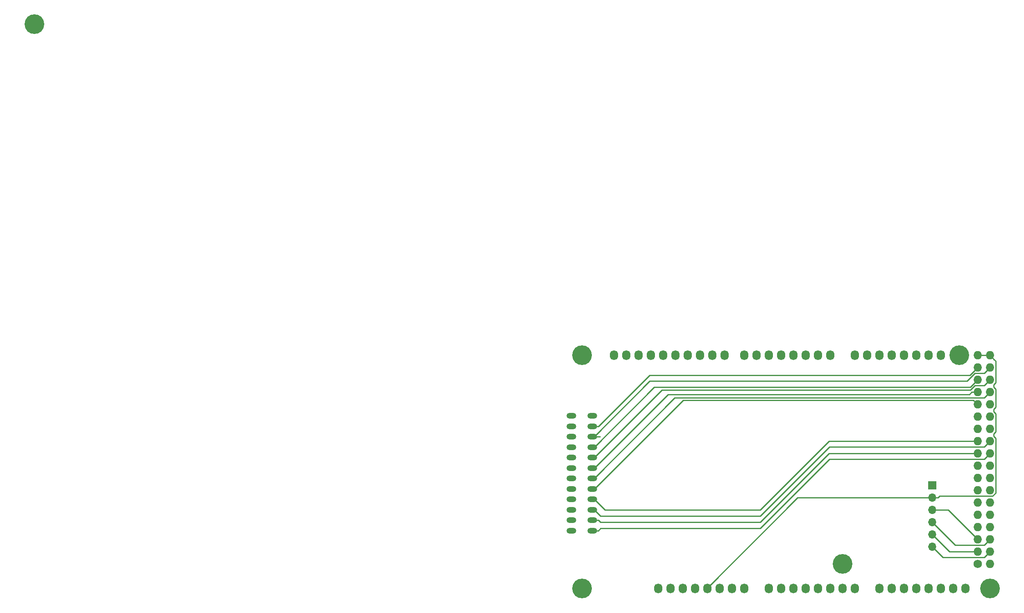
<source format=gbr>
G04 #@! TF.GenerationSoftware,KiCad,Pcbnew,(5.1.2)-1*
G04 #@! TF.CreationDate,2019-09-24T21:04:57+01:00*
G04 #@! TF.ProjectId,PET_IEEE,5045545f-4945-4454-952e-6b696361645f,rev?*
G04 #@! TF.SameCoordinates,Original*
G04 #@! TF.FileFunction,Copper,L1,Top*
G04 #@! TF.FilePolarity,Positive*
%FSLAX46Y46*%
G04 Gerber Fmt 4.6, Leading zero omitted, Abs format (unit mm)*
G04 Created by KiCad (PCBNEW (5.1.2)-1) date 2019-09-24 21:04:57*
%MOMM*%
%LPD*%
G04 APERTURE LIST*
%ADD10C,4.064000*%
%ADD11O,2.000000X1.200000*%
%ADD12O,1.700000X1.700000*%
%ADD13R,1.700000X1.700000*%
%ADD14C,1.727200*%
%ADD15O,1.727200X1.727200*%
%ADD16O,1.727200X2.032000*%
%ADD17C,0.250000*%
G04 APERTURE END LIST*
D10*
X2361001Y-2361001D03*
D11*
X117715000Y-83370000D03*
X113425000Y-83370000D03*
X117715000Y-85530000D03*
X113425000Y-85530000D03*
X117715000Y-87690000D03*
X113425000Y-87690000D03*
X117715000Y-89850000D03*
X113425000Y-89850000D03*
X117715000Y-92010000D03*
X113425000Y-92010000D03*
X117715000Y-94170000D03*
X113425000Y-94170000D03*
X117715000Y-96330000D03*
X113425000Y-96330000D03*
X117715000Y-98490000D03*
X113425000Y-98490000D03*
X117715000Y-100650000D03*
X113425000Y-100650000D03*
X117715000Y-102810000D03*
X113425000Y-102810000D03*
X117715000Y-104970000D03*
X113425000Y-104970000D03*
X117715000Y-107130000D03*
X113425000Y-107130000D03*
D12*
X187960000Y-110490000D03*
X187960000Y-107950000D03*
X187960000Y-105410000D03*
X187960000Y-102870000D03*
X187960000Y-100330000D03*
D13*
X187960000Y-97790000D03*
D14*
X197358000Y-114046000D03*
D15*
X199898000Y-114046000D03*
X197358000Y-111506000D03*
X199898000Y-111506000D03*
X197358000Y-108966000D03*
X199898000Y-108966000D03*
X197358000Y-106426000D03*
X199898000Y-106426000D03*
X197358000Y-103886000D03*
X199898000Y-103886000D03*
X197358000Y-101346000D03*
X199898000Y-101346000D03*
X197358000Y-98806000D03*
X199898000Y-98806000D03*
X197358000Y-96266000D03*
X199898000Y-96266000D03*
X197358000Y-93726000D03*
X199898000Y-93726000D03*
X197358000Y-91186000D03*
X199898000Y-91186000D03*
X197358000Y-88646000D03*
X199898000Y-88646000D03*
X197358000Y-86106000D03*
X199898000Y-86106000D03*
X197358000Y-83566000D03*
X199898000Y-83566000D03*
X197358000Y-81026000D03*
X199898000Y-81026000D03*
X197358000Y-78486000D03*
X199898000Y-78486000D03*
X197358000Y-75946000D03*
X199898000Y-75946000D03*
X197358000Y-73406000D03*
X199898000Y-73406000D03*
X197358000Y-70866000D03*
X199898000Y-70866000D03*
D16*
X131318000Y-119126000D03*
X133858000Y-119126000D03*
X136398000Y-119126000D03*
X138938000Y-119126000D03*
X141478000Y-119126000D03*
X144018000Y-119126000D03*
X146558000Y-119126000D03*
X149098000Y-119126000D03*
X154178000Y-119126000D03*
X156718000Y-119126000D03*
X159258000Y-119126000D03*
X161798000Y-119126000D03*
X164338000Y-119126000D03*
X166878000Y-119126000D03*
X169418000Y-119126000D03*
X171958000Y-119126000D03*
X177038000Y-119126000D03*
X179578000Y-119126000D03*
X182118000Y-119126000D03*
X184658000Y-119126000D03*
X187198000Y-119126000D03*
X189738000Y-119126000D03*
X192278000Y-119126000D03*
X194818000Y-119126000D03*
X122174000Y-70866000D03*
X124714000Y-70866000D03*
X127254000Y-70866000D03*
X129794000Y-70866000D03*
X132334000Y-70866000D03*
X134874000Y-70866000D03*
X137414000Y-70866000D03*
X139954000Y-70866000D03*
X142494000Y-70866000D03*
X145034000Y-70866000D03*
X149098000Y-70866000D03*
X151638000Y-70866000D03*
X154178000Y-70866000D03*
X156718000Y-70866000D03*
X159258000Y-70866000D03*
X161798000Y-70866000D03*
X164338000Y-70866000D03*
X166878000Y-70866000D03*
X171958000Y-70866000D03*
X174498000Y-70866000D03*
X177038000Y-70866000D03*
X179578000Y-70866000D03*
X182118000Y-70866000D03*
X184658000Y-70866000D03*
X187198000Y-70866000D03*
X189738000Y-70866000D03*
D10*
X115570000Y-119126000D03*
X169418000Y-114046000D03*
X199898000Y-119126000D03*
X115570000Y-70866000D03*
X193548000Y-70866000D03*
D17*
X191516000Y-111506000D02*
X197358000Y-111506000D01*
X187960000Y-107950000D02*
X191516000Y-111506000D01*
X199034401Y-112369599D02*
X199898000Y-111506000D01*
X198709399Y-112694601D02*
X199034401Y-112369599D01*
X190164601Y-112694601D02*
X198709399Y-112694601D01*
X187960000Y-110490000D02*
X190164601Y-112694601D01*
X191262000Y-102870000D02*
X197358000Y-108966000D01*
X187960000Y-102870000D02*
X191262000Y-102870000D01*
X199034401Y-109829599D02*
X199898000Y-108966000D01*
X198709399Y-110154601D02*
X199034401Y-109829599D01*
X192704601Y-110154601D02*
X198709399Y-110154601D01*
X187960000Y-105410000D02*
X192704601Y-110154601D01*
X118965000Y-104970000D02*
X119405000Y-105410000D01*
X117715000Y-104970000D02*
X118965000Y-104970000D01*
X119405000Y-105410000D02*
X152400000Y-105410000D01*
X166624000Y-91186000D02*
X197358000Y-91186000D01*
X152400000Y-105410000D02*
X166624000Y-91186000D01*
X118965000Y-107130000D02*
X119415000Y-106680000D01*
X117715000Y-107130000D02*
X118965000Y-107130000D01*
X119415000Y-106680000D02*
X152400000Y-106680000D01*
X199034401Y-92049599D02*
X199898000Y-91186000D01*
X198709399Y-92374601D02*
X199034401Y-92049599D01*
X166705399Y-92374601D02*
X198709399Y-92374601D01*
X152400000Y-106680000D02*
X166705399Y-92374601D01*
X118115000Y-100650000D02*
X120335000Y-102870000D01*
X117715000Y-100650000D02*
X118115000Y-100650000D01*
X120335000Y-102870000D02*
X152400000Y-102870000D01*
X166624000Y-88646000D02*
X197358000Y-88646000D01*
X152400000Y-102870000D02*
X166624000Y-88646000D01*
X199034401Y-89509599D02*
X199898000Y-88646000D01*
X117715000Y-102810000D02*
X118115000Y-102810000D01*
X118115000Y-102810000D02*
X119445000Y-104140000D01*
X119445000Y-104140000D02*
X152400000Y-104140000D01*
X152400000Y-104140000D02*
X166705399Y-89834601D01*
X166705399Y-89834601D02*
X198709399Y-89834601D01*
X198709399Y-89834601D02*
X199034401Y-89509599D01*
X118115000Y-98490000D02*
X136480389Y-80124611D01*
X117715000Y-98490000D02*
X118115000Y-98490000D01*
X196456611Y-80124611D02*
X197358000Y-81026000D01*
X136480389Y-80124611D02*
X196456611Y-80124611D01*
X118115000Y-94170000D02*
X133350000Y-78935000D01*
X117715000Y-94170000D02*
X118115000Y-94170000D01*
X196136686Y-78486000D02*
X197358000Y-78486000D01*
X195687686Y-78935000D02*
X196136686Y-78486000D01*
X133350000Y-78935000D02*
X195687686Y-78935000D01*
X199034401Y-79349599D02*
X199898000Y-78486000D01*
X198709399Y-79674601D02*
X199034401Y-79349599D01*
X134770399Y-79674601D02*
X198709399Y-79674601D01*
X118115000Y-96330000D02*
X134770399Y-79674601D01*
X117715000Y-96330000D02*
X118115000Y-96330000D01*
X118115000Y-89850000D02*
X130495000Y-77470000D01*
X117715000Y-89850000D02*
X118115000Y-89850000D01*
X195834000Y-77470000D02*
X197358000Y-75946000D01*
X130495000Y-77470000D02*
X195834000Y-77470000D01*
X118115000Y-92010000D02*
X132080000Y-78045000D01*
X117715000Y-92010000D02*
X118115000Y-92010000D01*
X199034401Y-76809599D02*
X199898000Y-75946000D01*
X198709399Y-77134601D02*
X199034401Y-76809599D01*
X196805809Y-77134601D02*
X198709399Y-77134601D01*
X195895410Y-78045000D02*
X196805809Y-77134601D01*
X132080000Y-78045000D02*
X195895410Y-78045000D01*
X118965000Y-85530000D02*
X129540000Y-74955000D01*
X117715000Y-85530000D02*
X118965000Y-85530000D01*
X195809000Y-74955000D02*
X197358000Y-73406000D01*
X129540000Y-74955000D02*
X195809000Y-74955000D01*
X117715000Y-87690000D02*
X119320000Y-87690000D01*
X118115000Y-87690000D02*
X129605000Y-76200000D01*
X117715000Y-87690000D02*
X118115000Y-87690000D01*
X199034401Y-74269599D02*
X199898000Y-73406000D01*
X198709399Y-74594601D02*
X199034401Y-74269599D01*
X196805809Y-74594601D02*
X198709399Y-74594601D01*
X195200410Y-76200000D02*
X196805809Y-74594601D01*
X129605000Y-76200000D02*
X195200410Y-76200000D01*
X186757919Y-100330000D02*
X187960000Y-100330000D01*
X160121600Y-100330000D02*
X186757919Y-100330000D01*
X141478000Y-118973600D02*
X160121600Y-100330000D01*
X141478000Y-119126000D02*
X141478000Y-118973600D01*
X200761599Y-71729599D02*
X199898000Y-70866000D01*
X201086601Y-76516529D02*
X201086601Y-72054601D01*
X200660000Y-76943130D02*
X201086601Y-76516529D01*
X200660000Y-77470000D02*
X200660000Y-76943130D01*
X201086601Y-77896601D02*
X200660000Y-77470000D01*
X200660000Y-82023130D02*
X201086601Y-81596529D01*
X201086601Y-81596529D02*
X201086601Y-77896601D01*
X201086601Y-82976601D02*
X200660000Y-82550000D01*
X201086601Y-86676529D02*
X201086601Y-82976601D01*
X200660000Y-87103130D02*
X201086601Y-86676529D01*
X200660000Y-87630000D02*
X200660000Y-87103130D01*
X201086601Y-88056601D02*
X200660000Y-87630000D01*
X201086601Y-99376529D02*
X201086601Y-88056601D01*
X200660000Y-82550000D02*
X200660000Y-82023130D01*
X200468529Y-99994601D02*
X201086601Y-99376529D01*
X201086601Y-72054601D02*
X200761599Y-71729599D01*
X189497480Y-99994601D02*
X200468529Y-99994601D01*
X189162081Y-100330000D02*
X189497480Y-99994601D01*
X187960000Y-100330000D02*
X189162081Y-100330000D01*
X199898000Y-70866000D02*
X197358000Y-70866000D01*
M02*

</source>
